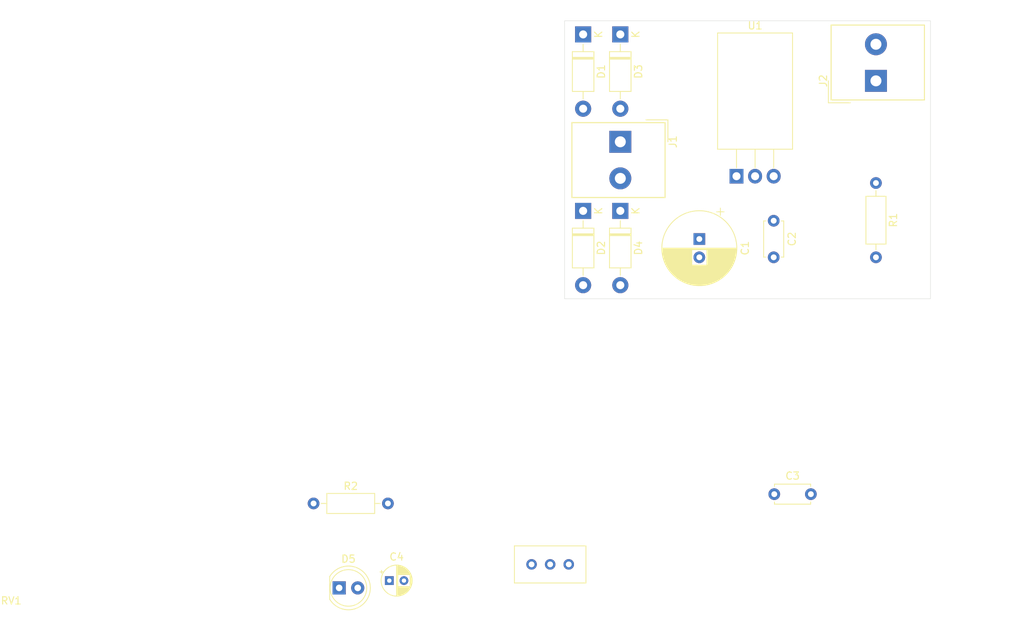
<source format=kicad_pcb>
(kicad_pcb (version 20240108) (generator "pcbnew") (generator_version "8.0")
  (layers (0 "F.Cu" signal) (31 "B.Cu" signal) (34 "B.Paste" user) (35 "F.Paste" user) (36 "B.SilkS" user "B.Silkscreen") (37 "F.SilkS" user "F.Silkscreen") (38 "B.Mask" user) (39 "F.Mask" user) (44 "Edge.Cuts" user))
  (net 0 "")
  (net 1 "Net-(D1-K)")
  (net 2 "GND")
  (net 3 "+VDC")
  (net 4 "Net-(D1-A)")
  (net 5 "Net-(D3-A)")
  (net 6 "Net-(D5-A)")
  (net 7 "Net-(U1-ADJ)")
  (footprint "Diode_THT:D_DO-41_SOD81_P10.16mm_Horizontal" (layer "F.Cu") (at 133.985 70.485 -90)
    (property "Reference" "D3" (at 5.08 -2.47 90) (layer "F.SilkS"))
    (property "Value" "1N4007")
    (fp_line (start 2.36 1.47) (end 7.8 1.47) (stroke (width 0.12)) (layer "F.SilkS"))
    (fp_line (start 7.8 1.47) (end 7.8 -1.47) (stroke (width 0.12)) (layer "F.SilkS"))
    (fp_line (start 1.34 0) (end 2.36 0) (stroke (width 0.12)) (layer "F.SilkS"))
    (fp_line (start 8.82 0) (end 7.8 0) (stroke (width 0.12)) (layer "F.SilkS"))
    (fp_line (start 2.36 -1.47) (end 2.36 1.47) (stroke (width 0.12)) (layer "F.SilkS"))
    (fp_line (start 3.14 -1.47) (end 3.14 1.47) (stroke (width 0.12)) (layer "F.SilkS"))
    (fp_line (start 3.26 -1.47) (end 3.26 1.47) (stroke (width 0.12)) (layer "F.SilkS"))
    (fp_line (start 3.38 -1.47) (end 3.38 1.47) (stroke (width 0.12)) (layer "F.SilkS"))
    (fp_line (start 7.8 -1.47) (end 2.36 -1.47) (stroke (width 0.12)) (layer "F.SilkS"))
    (fp_text user "K" (at 0 -2.1 90) (layer "F.SilkS"))
    (pad "1" thru_hole rect (at 0 0 270) (size 2.2 2.2) (drill 1.1) (layers "*.Cu" "*.Mask") (net 1 "Net-(D1-K)"))
    (pad "2" thru_hole oval (at 10.16 0 270) (size 2.2 2.2) (drill 1.1) (layers "*.Cu" "*.Mask") (net 5 "Net-(D3-A)"))
  )
  (footprint "Resistor_THT:R_Axial_DIN0207_L6.3mm_D2.5mm_P10.16mm_Horizontal" (layer "F.Cu") (at 168.91 90.805 -90)
    (property "Reference" "R1" (at 5.08 -2.37 90) (layer "F.SilkS"))
    (property "Value" "220Ohm")
    (fp_line (start 1.81 1.37) (end 8.35 1.37) (stroke (width 0.12)) (layer "F.SilkS"))
    (fp_line (start 8.35 1.37) (end 8.35 -1.37) (stroke (width 0.12)) (layer "F.SilkS"))
    (fp_line (start 1.04 0) (end 1.81 0) (stroke (width 0.12)) (layer "F.SilkS"))
    (fp_line (start 9.12 0) (end 8.35 0) (stroke (width 0.12)) (layer "F.SilkS"))
    (fp_line (start 1.81 -1.37) (end 1.81 1.37) (stroke (width 0.12)) (layer "F.SilkS"))
    (fp_line (start 8.35 -1.37) (end 1.81 -1.37) (stroke (width 0.12)) (layer "F.SilkS"))
    (pad "1" thru_hole circle (at 0 0 270) (size 1.6 1.6) (drill 0.8) (layers "*.Cu" "*.Mask") (net 3 "+VDC"))
    (pad "2" thru_hole oval (at 10.16 0 270) (size 1.6 1.6) (drill 0.8) (layers "*.Cu" "*.Mask") (net 7 "Net-(U1-ADJ)"))
  )
  (footprint "Package_TO_SOT_THT:TO-220-3_Horizontal_TabDown" (layer "F.Cu") (at 149.86 89.875)
    (property "Reference" "U1" (at 2.54 -20.58 0) (layer "F.SilkS"))
    (property "Value" "LM317_TO-220")
    (fp_line (start -2.58 -19.58) (end -2.58 -3.69) (stroke (width 0.12)) (layer "F.SilkS"))
    (fp_line (start -2.58 -19.58) (end 7.66 -19.58) (stroke (width 0.12)) (layer "F.SilkS"))
    (fp_line (start -2.58 -3.69) (end 7.66 -3.69) (stroke (width 0.12)) (layer "F.SilkS"))
    (fp_line (start 0 -3.69) (end 0 -1.15) (stroke (width 0.12)) (layer "F.SilkS"))
    (fp_line (start 2.54 -3.69) (end 2.54 -1.15) (stroke (width 0.12)) (layer "F.SilkS"))
    (fp_line (start 5.08 -3.69) (end 5.08 -1.15) (stroke (width 0.12)) (layer "F.SilkS"))
    (fp_line (start 7.66 -19.58) (end 7.66 -3.69) (stroke (width 0.12)) (layer "F.SilkS"))
    (pad "" np_thru_hole oval (at 2.54 -16.66) (size 3.5 3.5) (drill 3.5) (layers "*.Cu" "*.Mask"))
    (pad "1" thru_hole rect (at 0 0) (size 1.905 2) (drill 1.1) (layers "*.Cu" "*.Mask") (net 7 "Net-(U1-ADJ)"))
    (pad "2" thru_hole oval (at 2.54 0) (size 1.905 2) (drill 1.1) (layers "*.Cu" "*.Mask") (net 3 "+VDC"))
    (pad "3" thru_hole oval (at 5.08 0) (size 1.905 2) (drill 1.1) (layers "*.Cu" "*.Mask") (net 1 "Net-(D1-K)"))
  )
  (footprint "Diode_THT:D_DO-41_SOD81_P10.16mm_Horizontal" (layer "F.Cu") (at 133.985 94.615 -90)
    (property "Reference" "D4" (at 5.08 -2.47 90) (layer "F.SilkS"))
    (property "Value" "1N4007")
    (fp_line (start 2.36 1.47) (end 7.8 1.47) (stroke (width 0.12)) (layer "F.SilkS"))
    (fp_line (start 7.8 1.47) (end 7.8 -1.47) (stroke (width 0.12)) (layer "F.SilkS"))
    (fp_line (start 1.34 0) (end 2.36 0) (stroke (width 0.12)) (layer "F.SilkS"))
    (fp_line (start 8.82 0) (end 7.8 0) (stroke (width 0.12)) (layer "F.SilkS"))
    (fp_line (start 2.36 -1.47) (end 2.36 1.47) (stroke (width 0.12)) (layer "F.SilkS"))
    (fp_line (start 3.14 -1.47) (end 3.14 1.47) (stroke (width 0.12)) (layer "F.SilkS"))
    (fp_line (start 3.26 -1.47) (end 3.26 1.47) (stroke (width 0.12)) (layer "F.SilkS"))
    (fp_line (start 3.38 -1.47) (end 3.38 1.47) (stroke (width 0.12)) (layer "F.SilkS"))
    (fp_line (start 7.8 -1.47) (end 2.36 -1.47) (stroke (width 0.12)) (layer "F.SilkS"))
    (fp_text user "K" (at 0 -2.1 90) (layer "F.SilkS"))
    (pad "1" thru_hole rect (at 0 0 270) (size 2.2 2.2) (drill 1.1) (layers "*.Cu" "*.Mask") (net 5 "Net-(D3-A)"))
    (pad "2" thru_hole oval (at 10.16 0 270) (size 2.2 2.2) (drill 1.1) (layers "*.Cu" "*.Mask") (net 2 "GND"))
  )
  (footprint "Capacitor_THT:C_Disc_D4.7mm_W2.5mm_P5.00mm" (layer "F.Cu") (at 154.94 95.965 -90)
    (property "Reference" "C2" (at 2.5 -2.5 90) (layer "F.SilkS"))
    (property "Value" "0.1uF")
    (fp_line (start 0.03 1.37) (end 4.97 1.37) (stroke (width 0.12)) (layer "F.SilkS"))
    (fp_line (start 0.03 1.055) (end 0.03 1.37) (stroke (width 0.12)) (layer "F.SilkS"))
    (fp_line (start 4.97 1.055) (end 4.97 1.37) (stroke (width 0.12)) (layer "F.SilkS"))
    (fp_line (start 0.03 -1.37) (end 0.03 -1.055) (stroke (width 0.12)) (layer "F.SilkS"))
    (fp_line (start 0.03 -1.37) (end 4.97 -1.37) (stroke (width 0.12)) (layer "F.SilkS"))
    (fp_line (start 4.97 -1.37) (end 4.97 -1.055) (stroke (width 0.12)) (layer "F.SilkS"))
    (pad "1" thru_hole circle (at 0 0 270) (size 1.6 1.6) (drill 0.8) (layers "*.Cu" "*.Mask") (net 1 "Net-(D1-K)"))
    (pad "2" thru_hole circle (at 5 0 270) (size 1.6 1.6) (drill 0.8) (layers "*.Cu" "*.Mask") (net 2 "GND"))
  )
  (footprint "Capacitor_THT:CP_Radial_D4.0mm_P2.00mm" (layer "F.Cu") (at 102.424801 145.17)
    (property "Reference" "C4" (at 1 -3.25 0) (layer "F.SilkS"))
    (property "Value" "10uF")
    (fp_line (start -1.269801 -1.195) (end -0.869801 -1.195) (stroke (width 0.12)) (layer "F.SilkS"))
    (fp_line (start -1.069801 -1.395) (end -1.069801 -0.995) (stroke (width 0.12)) (layer "F.SilkS"))
    (fp_line (start 1 -2.08) (end 1 2.08) (stroke (width 0.12)) (layer "F.SilkS"))
    (fp_line (start 1.04 -2.08) (end 1.04 2.08) (stroke (width 0.12)) (layer "F.SilkS"))
    (fp_line (start 1.08 -2.079) (end 1.08 2.079) (stroke (width 0.12)) (layer "F.SilkS"))
    (fp_line (start 1.12 -2.077) (end 1.12 2.077) (stroke (width 0.12)) (layer "F.SilkS"))
    (fp_line (start 1.16 -2.074) (end 1.16 2.074) (stroke (width 0.12)) (layer "F.SilkS"))
    (fp_line (start 1.2 -2.071) (end 1.2 -0.84) (stroke (width 0.12)) (layer "F.SilkS"))
    (fp_line (start 1.2 0.84) (end 1.2 2.071) (stroke (width 0.12)) (layer "F.SilkS"))
    (fp_line (start 1.24 -2.067) (end 1.24 -0.84) (stroke (width 0.12)) (layer "F.SilkS"))
    (fp_line (start 1.24 0.84) (end 1.24 2.067) (stroke (width 0.12)) (layer "F.SilkS"))
    (fp_line (start 1.28 -2.062) (end 1.28 -0.84) (stroke (width 0.12)) (layer "F.SilkS"))
    (fp_line (start 1.28 0.84) (end 1.28 2.062) (stroke (width 0.12)) (layer "F.SilkS"))
    (fp_line (start 1.32 -2.056) (end 1.32 -0.84) (stroke (width 0.12)) (layer "F.SilkS"))
    (fp_line (start 1.32 0.84) (end 1.32 2.056) (stroke (width 0.12)) (layer "F.SilkS"))
    (fp_line (start 1.36 -2.05) (end 1.36 -0.84) (stroke (width 0.12)) (layer "F.SilkS"))
    (fp_line (start 1.36 0.84) (end 1.36 2.05) (stroke (width 0.12)) (layer "F.SilkS"))
    (fp_line (start 1.4 -2.042) (end 1.4 -0.84) (stroke (width 0.12)) (layer "F.SilkS"))
    (fp_line (start 1.4 0.84) (end 1.4 2.042) (stroke (width 0.12)) (layer "F.SilkS"))
    (fp_line (start 1.44 -2.034) (end 1.44 -0.84) (stroke (width 0.12)) (layer "F.SilkS"))
    (fp_line (start 1.44 0.84) (end 1.44 2.034) (stroke (width 0.12)) (layer "F.SilkS"))
    (fp_line (start 1.48 -2.025) (end 1.48 -0.84) (stroke (width 0.12)) (layer "F.SilkS"))
    (fp_line (start 1.48 0.84) (end 1.48 2.025) (stroke (width 0.12)) (layer "F.SilkS"))
    (fp_line (start 1.52 -2.016) (end 1.52 -0.84) (stroke (width 0.12)) (layer "F.SilkS"))
    (fp_line (start 1.52 0.84) (end 1.52 2.016) (stroke (width 0.12)) (layer "F.SilkS"))
    (fp_line (start 1.56 -2.005) (end 1.56 -0.84) (stroke (width 0.12)) (layer "F.SilkS"))
    (fp_line (start 1.56 0.84) (end 1.56 2.005) (stroke (width 0.12)) (layer "F.SilkS"))
    (fp_line (start 1.6 -1.994) (end 1.6 -0.84) (stroke (width 0.12)) (layer "F.SilkS"))
    (fp_line (start 1.6 0.84) (end 1.6 1.994) (stroke (width 0.12)) (layer "F.SilkS"))
    (fp_line (start 1.64 -1.982) (end 1.64 -0.84) (stroke (width 0.12)) (layer "F.SilkS"))
    (fp_line (start 1.64 0.84) (end 1.64 1.982) (stroke (width 0.12)) (layer "F.SilkS"))
    (fp_line (start 1.68 -1.968) (end 1.68 -0.84) (stroke (width 0.12)) (layer "F.SilkS"))
    (fp_line (start 1.68 0.84) (end 1.68 1.968) (stroke (width 0.12)) (layer "F.SilkS"))
    (fp_line (start 1.721 -1.954) (end 1.721 -0.84) (stroke (width 0.12)) (layer "F.SilkS"))
    (fp_line (start 1.721 0.84) (end 1.721 1.954) (stroke (width 0.12)) (layer "F.SilkS"))
    (fp_line (start 1.761 -1.94) (end 1.761 -0.84) (stroke (width 0.12)) (layer "F.SilkS"))
    (fp_line (start 1.761 0.84) (end 1.761 1.94) (stroke (width 0.12)) (layer "F.SilkS"))
    (fp_line (start 1.801 -1.924) (end 1.801 -0.84) (stroke (width 0.12)) (layer "F.SilkS"))
    (fp_line (start 1.801 0.84) (end 1.801 1.924) (stroke (width 0.12)) (layer "F.SilkS"))
    (fp_line (start 1.841 -1.907) (end 1.841 -0.84) (stroke (width 0.12)) (layer "F.SilkS"))
    (fp_line (start 1.841 0.84) (end 1.841 1.907) (stroke (width 0.12)) (layer "F.SilkS"))
    (fp_line (start 1.881 -1.889) (end 1.881 -0.84) (stroke (width 0.12)) (layer "F.SilkS"))
    (fp_line (start 1.881 0.84) (end 1.881 1.889) (stroke (width 0.12)) (layer "F.SilkS"))
    (fp_line (start 1.921 -1.87) (end 1.921 -0.84) (stroke (width 0.12)) (layer "F.SilkS"))
    (fp_line (start 1.921 0.84) (end 1.921 1.87) (stroke (width 0.12)) (layer "F.SilkS"))
    (fp_line (start 1.961 -1.851) (end 1.961 -0.84) (stroke (width 0.12)) (layer "F.SilkS"))
    (fp_line (start 1.961 0.84) (end 1.961 1.851) (stroke (width 0.12)) (layer "F.SilkS"))
    (fp_line (start 2.001 -1.83) (end 2.001 -0.84) (stroke (width 0.12)) (layer "F.SilkS"))
    (fp_line (start 2.001 0.84) (end 2.001 1.83) (stroke (width 0.12)) (layer "F.SilkS"))
    (fp_line (start 2.041 -1.808) (end 2.041 -0.84) (stroke (width 0.12)) (layer "F.SilkS"))
    (fp_line (start 2.041 0.84) (end 2.041 1.808) (stroke (width 0.12)) (layer "F.SilkS"))
    (fp_line (start 2.081 -1.785) (end 2.081 -0.84) (stroke (width 0.12)) (layer "F.SilkS"))
    (fp_line (start 2.081 0.84) (end 2.081 1.785) (stroke (width 0.12)) (layer "F.SilkS"))
    (fp_line (start 2.121 -1.76) (end 2.121 -0.84) (stroke (width 0.12)) (layer "F.SilkS"))
    (fp_line (start 2.121 0.84) (end 2.121 1.76) (stroke (width 0.12)) (layer "F.SilkS"))
    (fp_line (start 2.161 -1.735) (end 2.161 -0.84) (stroke (width 0.12)) (layer "F.SilkS"))
    (fp_line (start 2.161 0.84) (end 2.161 1.735) (stroke (width 0.12)) (layer "F.SilkS"))
    (fp_line (start 2.201 -1.708) (end 2.201 -0.84) (stroke (width 0.12)) (layer "F.SilkS"))
    (fp_line (start 2.201 0.84) (end 2.201 1.708) (stroke (width 0.12)) (layer "F.SilkS"))
    (fp_line (start 2.241 -1.68) (end 2.241 -0.84) (stroke (width 0.12)) (layer "F.SilkS"))
    (fp_line (start 2.241 0.84) (end 2.241 1.68) (stroke (width 0.12)) (layer "F.SilkS"))
    (fp_line (start 2.281 -1.65) (end 2.281 -0.84) (stroke (width 0.12)) (layer "F.SilkS"))
    (fp_line (start 2.281 0.84) (end 2.281 1.65) (stroke (width 0.12)) (layer "F.SilkS"))
    (fp_line (start 2.321 -1.619) (end 2.321 -0.84) (stroke (width 0.12)) (layer "F.SilkS"))
    (fp_line (start 2.321 0.84) (end 2.321 1.619) (stroke (width 0.12)) (layer "F.SilkS"))
    (fp_line (start 2.361 -1.587) (end 2.361 -0.84) (stroke (width 0.12)) (layer "F.SilkS"))
    (fp_line (start 2.361 0.84) (end 2.361 1.587) (stroke (width 0.12)) (layer "F.SilkS"))
    (fp_line (start 2.401 -1.552) (end 2.401 -0.84) (stroke (width 0.12)) (layer "F.SilkS"))
    (fp_line (start 2.401 0.84) (end 2.401 1.552) (stroke (width 0.12)) (layer "F.SilkS"))
    (fp_line (start 2.441 -1.516) (end 2.441 -0.84) (stroke (width 0.12)) (layer "F.SilkS"))
    (fp_line (start 2.441 0.84) (end 2.441 1.516) (stroke (width 0.12)) (layer "F.SilkS"))
    (fp_line (start 2.481 -1.478) (end 2.481 -0.84) (stroke (width 0.12)) (layer "F.SilkS"))
    (fp_line (start 2.481 0.84) (end 2.481 1.478) (stroke (width 0.12)) (layer "F.SilkS"))
    (fp_line (start 2.521 -1.438) (end 2.521 -0.84) (stroke (width 0.12)) (layer "F.SilkS"))
    (fp_line (start 2.521 0.84) (end 2.521 1.438) (stroke (width 0.12)) (layer "F.SilkS"))
    (fp_line (start 2.561 -1.396) (end 2.561 -0.84) (stroke (width 0.12)) (layer "F.SilkS"))
    (fp_line (start 2.561 0.84) (end 2.561 1.396) (stroke (width 0.12)) (layer "F.SilkS"))
    (fp_line (start 2.601 -1.351) (end 2.601 -0.84) (stroke (width 0.12)) (layer "F.SilkS"))
    (fp_line (start 2.601 0.84) (end 2.601 1.351) (stroke (width 0.12)) (layer "F.SilkS"))
    (fp_line (start 2.641 -1.304) (end 2.641 -0.84) (stroke (width 0.12)) (layer "F.SilkS"))
    (fp_line (start 2.641 0.84) (end 2.641 1.304) (stroke (width 0.12)) (layer "F.SilkS"))
    (fp_line (start 2.681 -1.254) (end 2.681 -0.84) (stroke (width 0.12)) (layer "F.SilkS"))
    (fp_line (start 2.681 0.84) (end 2.681 1.254) (stroke (width 0.12)) (layer "F.SilkS"))
    (fp_line (start 2.721 -1.2) (end 2.721 -0.84) (stroke (width 0.12)) (layer "F.SilkS"))
    (fp_line (start 2.721 0.84) (end 2.721 1.2) (stroke (width 0.12)) (layer "F.SilkS"))
    (fp_line (start 2.761 -1.142) (end 2.761 -0.84) (stroke (width 0.12)) (layer "F.SilkS"))
    (fp_line (start 2.761 0.84) (end 2.761 1.142) (stroke (width 0.12)) (layer "F.SilkS"))
    (fp_line (start 2.801 -1.08) (end 2.801 -0.84) (stroke (width 0.12)) (layer "F.SilkS"))
    (fp_line (start 2.801 0.84) (end 2.801 1.08) (stroke (width 0.12)) (layer "F.SilkS"))
    (fp_line (start 2.841 -1.013) (end 2.841 1.013) (stroke (width 0.12)) (layer "F.SilkS"))
    (fp_line (start 2.881 -0.94) (end 2.881 0.94) (stroke (width 0.12)) (layer "F.SilkS"))
    (fp_line (start 2.921 -0.859) (end 2.921 0.859) (stroke (width 0.12)) (layer "F.SilkS"))
    (fp_line (start 2.961 -0.768) (end 2.961 0.768) (stroke (width 0.12)) (layer "F.SilkS"))
    (fp_line (start 3.001 -0.664) (end 3.001 0.664) (stroke (width 0.12)) (layer "F.SilkS"))
    (fp_line (start 3.041 -0.537) (end 3.041 0.537) (stroke (width 0.12)) (layer "F.SilkS"))
    (fp_line (start 3.081 -0.37) (end 3.081 0.37) (stroke (width 0.12)) (layer "F.SilkS"))
    (fp_circle (center 1 0) (end 3.12 0) (stroke (width 0.12)) (fill none) (layer "F.SilkS"))
    (pad "1" thru_hole rect (at 0 0) (size 1.2 1.2) (drill 0.6) (layers "*.Cu" "*.Mask") (net 3 "+VDC"))
    (pad "2" thru_hole circle (at 2 0) (size 1.2 1.2) (drill 0.6) (layers "*.Cu" "*.Mask") (net 2 "GND"))
  )
  (footprint "LED_THT:LED_D5.0mm" (layer "F.Cu") (at 95.57 146.17)
    (property "Reference" "D5" (at 1.27 -3.96 0) (layer "F.SilkS"))
    (property "Value" "LED")
    (fp_line (start -1.29 -1.545) (end -1.29 1.545) (stroke (width 0.12)) (layer "F.SilkS"))
    (fp_arc (start -1.29 -1.54483) (mid 2.072002 -2.880433) (end 4.26 0.000462) (stroke (width 0.12)) (layer "F.SilkS"))
    (fp_arc (start 4.26 -0.000462) (mid 2.072002 2.880433) (end -1.29 1.54483) (stroke (width 0.12)) (layer "F.SilkS"))
    (fp_circle (center 1.27 0) (end 3.77 0) (stroke (width 0.12)) (fill none) (layer "F.SilkS"))
    (pad "1" thru_hole rect (at 0 0) (size 1.8 1.8) (drill 0.9) (layers "*.Cu" "*.Mask") (net 2 "GND"))
    (pad "2" thru_hole circle (at 2.54 0) (size 1.8 1.8) (drill 0.9) (layers "*.Cu" "*.Mask") (net 6 "Net-(D5-A)"))
  )
  (footprint "Potentiometer_THT:Potentiometer_Bourns_3296W_Vertical" (layer "F.Cu") (at 126.94 142.95)
    (property "Reference" "RV1" (at -76.175 4.97 0) (layer "F.SilkS"))
    (property "Value" "5Kohm")
    (fp_line (start -7.425 -2.53) (end -7.425 2.54) (stroke (width 0.12)) (layer "F.SilkS"))
    (fp_line (start -7.425 -2.53) (end 2.345 -2.53) (stroke (width 0.12)) (layer "F.SilkS"))
    (fp_line (start -7.425 2.54) (end 2.345 2.54) (stroke (width 0.12)) (layer "F.SilkS"))
    (fp_line (start 2.345 -2.53) (end 2.345 2.54) (stroke (width 0.12)) (layer "F.SilkS"))
    (pad "1" thru_hole circle (at 0 0) (size 1.44 1.44) (drill 0.8) (layers "*.Cu" "*.Mask") (net 7 "Net-(U1-ADJ)"))
    (pad "2" thru_hole circle (at -2.54 0) (size 1.44 1.44) (drill 0.8) (layers "*.Cu" "*.Mask") (net 2 "GND"))
    (pad "3" thru_hole circle (at -5.08 0) (size 1.44 1.44) (drill 0.8) (layers "*.Cu" "*.Mask") (net 2 "GND"))
  )
  (footprint "Capacitor_THT:C_Disc_D4.7mm_W2.5mm_P5.00mm" (layer "F.Cu") (at 155.02 133.35)
    (property "Reference" "C3" (at 2.5 -2.5 0) (layer "F.SilkS"))
    (property "Value" "0.1uF")
    (fp_line (start 0.03 -1.37) (end 0.03 -1.055) (stroke (width 0.12)) (layer "F.SilkS"))
    (fp_line (start 0.03 -1.37) (end 4.97 -1.37) (stroke (width 0.12)) (layer "F.SilkS"))
    (fp_line (start 0.03 1.055) (end 0.03 1.37) (stroke (width 0.12)) (layer "F.SilkS"))
    (fp_line (start 0.03 1.37) (end 4.97 1.37) (stroke (width 0.12)) (layer "F.SilkS"))
    (fp_line (start 4.97 -1.37) (end 4.97 -1.055) (stroke (width 0.12)) (layer "F.SilkS"))
    (fp_line (start 4.97 1.055) (end 4.97 1.37) (stroke (width 0.12)) (layer "F.SilkS"))
    (pad "1" thru_hole circle (at 0 0) (size 1.6 1.6) (drill 0.8) (layers "*.Cu" "*.Mask") (net 3 "+VDC"))
    (pad "2" thru_hole circle (at 5 0) (size 1.6 1.6) (drill 0.8) (layers "*.Cu" "*.Mask") (net 2 "GND"))
  )
  (footprint "Resistor_THT:R_Axial_DIN0207_L6.3mm_D2.5mm_P10.16mm_Horizontal" (layer "F.Cu") (at 92.075 134.62)
    (property "Reference" "R2" (at 5.08 -2.37 0) (layer "F.SilkS"))
    (property "Value" "1Kohm")
    (fp_line (start 1.04 0) (end 1.81 0) (stroke (width 0.12)) (layer "F.SilkS"))
    (fp_line (start 1.81 -1.37) (end 1.81 1.37) (stroke (width 0.12)) (layer "F.SilkS"))
    (fp_line (start 1.81 1.37) (end 8.35 1.37) (stroke (width 0.12)) (layer "F.SilkS"))
    (fp_line (start 8.35 -1.37) (end 1.81 -1.37) (stroke (width 0.12)) (layer "F.SilkS"))
    (fp_line (start 8.35 1.37) (end 8.35 -1.37) (stroke (width 0.12)) (layer "F.SilkS"))
    (fp_line (start 9.12 0) (end 8.35 0) (stroke (width 0.12)) (layer "F.SilkS"))
    (pad "1" thru_hole circle (at 0 0) (size 1.6 1.6) (drill 0.8) (layers "*.Cu" "*.Mask") (net 3 "+VDC"))
    (pad "2" thru_hole oval (at 10.16 0) (size 1.6 1.6) (drill 0.8) (layers "*.Cu" "*.Mask") (net 6 "Net-(D5-A)"))
  )
  (footprint "Diode_THT:D_DO-41_SOD81_P10.16mm_Horizontal" (layer "F.Cu") (at 128.905 70.485 -90)
    (property "Reference" "D1" (at 5.08 -2.47 90) (layer "F.SilkS"))
    (property "Value" "1N4007")
    (fp_line (start 2.36 1.47) (end 7.8 1.47) (stroke (width 0.12)) (layer "F.SilkS"))
    (fp_line (start 7.8 1.47) (end 7.8 -1.47) (stroke (width 0.12)) (layer "F.SilkS"))
    (fp_line (start 1.34 0) (end 2.36 0) (stroke (width 0.12)) (layer "F.SilkS"))
    (fp_line (start 8.82 0) (end 7.8 0) (stroke (width 0.12)) (layer "F.SilkS"))
    (fp_line (start 2.36 -1.47) (end 2.36 1.47) (stroke (width 0.12)) (layer "F.SilkS"))
    (fp_line (start 3.14 -1.47) (end 3.14 1.47) (stroke (width 0.12)) (layer "F.SilkS"))
    (fp_line (start 3.26 -1.47) (end 3.26 1.47) (stroke (width 0.12)) (layer "F.SilkS"))
    (fp_line (start 3.38 -1.47) (end 3.38 1.47) (stroke (width 0.12)) (layer "F.SilkS"))
    (fp_line (start 7.8 -1.47) (end 2.36 -1.47) (stroke (width 0.12)) (layer "F.SilkS"))
    (fp_text user "K" (at 0 -2.1 90) (layer "F.SilkS"))
    (pad "1" thru_hole rect (at 0 0 270) (size 2.2 2.2) (drill 1.1) (layers "*.Cu" "*.Mask") (net 1 "Net-(D1-K)"))
    (pad "2" thru_hole oval (at 10.16 0 270) (size 2.2 2.2) (drill 1.1) (layers "*.Cu" "*.Mask") (net 4 "Net-(D1-A)"))
  )
  (footprint "Diode_THT:D_DO-41_SOD81_P10.16mm_Horizontal" (layer "F.Cu") (at 128.905 94.615 -90)
    (property "Reference" "D2" (at 5.08 -2.47 90) (layer "F.SilkS"))
    (property "Value" "1N4007")
    (fp_line (start 2.36 1.47) (end 7.8 1.47) (stroke (width 0.12)) (layer "F.SilkS"))
    (fp_line (start 7.8 1.47) (end 7.8 -1.47) (stroke (width 0.12)) (layer "F.SilkS"))
    (fp_line (start 1.34 0) (end 2.36 0) (stroke (width 0.12)) (layer "F.SilkS"))
    (fp_line (start 8.82 0) (end 7.8 0) (stroke (width 0.12)) (layer "F.SilkS"))
    (fp_line (start 2.36 -1.47) (end 2.36 1.47) (stroke (width 0.12)) (layer "F.SilkS"))
    (fp_line (start 3.14 -1.47) (end 3.14 1.47) (stroke (width 0.12)) (layer "F.SilkS"))
    (fp_line (start 3.26 -1.47) (end 3.26 1.47) (stroke (width 0.12)) (layer "F.SilkS"))
    (fp_line (start 3.38 -1.47) (end 3.38 1.47) (stroke (width 0.12)) (layer "F.SilkS"))
    (fp_line (start 7.8 -1.47) (end 2.36 -1.47) (stroke (width 0.12)) (layer "F.SilkS"))
    (fp_text user "K" (at 0 -2.1 90) (layer "F.SilkS"))
    (pad "1" thru_hole rect (at 0 0 270) (size 2.2 2.2) (drill 1.1) (layers "*.Cu" "*.Mask") (net 4 "Net-(D1-A)"))
    (pad "2" thru_hole oval (at 10.16 0 270) (size 2.2 2.2) (drill 1.1) (layers "*.Cu" "*.Mask") (net 2 "GND"))
  )
  (footprint "TerminalBlock_Altech:Altech_AK300_1x02_P5.00mm_45-Degree" (layer "F.Cu") (at 133.985 85.17 -90)
    (property "Reference" "J1" (at 0 -7.2 90) (layer "F.SilkS"))
    (property "Value" "Screw_Terminal_01x02")
    (fp_line (start -2.62 6.62) (end 7.62 6.62) (stroke (width 0.12)) (layer "F.SilkS"))
    (fp_line (start -2.62 6.62) (end 7.62 6.62) (stroke (width 0.12)) (layer "F.SilkS"))
    (fp_line (start -3 -3.5) (end -3 -6.5) (stroke (width 0.12)) (layer "F.SilkS"))
    (fp_line (start -2.62 -6.12) (end -2.62 6.62) (stroke (width 0.12)) (layer "F.SilkS"))
    (fp_line (start -2.62 -6.12) (end -2.62 6.62) (stroke (width 0.12)) (layer "F.SilkS"))
    (fp_line (start -2.62 -6.12) (end 7.62 -6.12) (stroke (width 0.12)) (layer "F.SilkS"))
    (fp_line (start -2.62 -6.12) (end 7.62 -6.12) (stroke (width 0.12)) (layer "F.SilkS"))
    (fp_line (start 7.62 -6.12) (end 7.62 6.62) (stroke (width 0.12)) (layer "F.SilkS"))
    (fp_line (start 7.62 -6.12) (end 7.62 6.62) (stroke (width 0.12)) (layer "F.SilkS"))
    (fp_line (start -3 -6.5) (end 0 -6.5) (stroke (width 0.12)) (layer "F.SilkS"))
    (pad "1" thru_hole rect (at 0 0 270) (size 3 3) (drill 1.5) (layers "*.Cu" "*.Mask") (net 4 "Net-(D1-A)"))
    (pad "2" thru_hole circle (at 5 0 270) (size 3 3) (drill 1.5) (layers "*.Cu" "*.Mask") (net 5 "Net-(D3-A)"))
  )
  (footprint "TerminalBlock_Altech:Altech_AK300_1x02_P5.00mm_45-Degree" (layer "F.Cu") (at 168.91 76.835 90)
    (property "Reference" "J2" (at 0 -7.2 270) (layer "F.SilkS"))
    (property "Value" "Screw_Terminal_01x02")
    (fp_line (start -3 -6.5) (end 0 -6.5) (stroke (width 0.12)) (layer "F.SilkS"))
    (fp_line (start 7.62 -6.12) (end 7.62 6.62) (stroke (width 0.12)) (layer "F.SilkS"))
    (fp_line (start 7.62 -6.12) (end 7.62 6.62) (stroke (width 0.12)) (layer "F.SilkS"))
    (fp_line (start -2.62 -6.12) (end 7.62 -6.12) (stroke (width 0.12)) (layer "F.SilkS"))
    (fp_line (start -2.62 -6.12) (end 7.62 -6.12) (stroke (width 0.12)) (layer "F.SilkS"))
    (fp_line (start -2.62 -6.12) (end -2.62 6.62) (stroke (width 0.12)) (layer "F.SilkS"))
    (fp_line (start -2.62 -6.12) (end -2.62 6.62) (stroke (width 0.12)) (layer "F.SilkS"))
    (fp_line (start -3 -3.5) (end -3 -6.5) (stroke (width 0.12)) (layer "F.SilkS"))
    (fp_line (start -2.62 6.62) (end 7.62 6.62) (stroke (width 0.12)) (layer "F.SilkS"))
    (fp_line (start -2.62 6.62) (end 7.62 6.62) (stroke (width 0.12)) (layer "F.SilkS"))
    (pad "1" thru_hole rect (at 0 0 90) (size 3 3) (drill 1.5) (layers "*.Cu" "*.Mask") (net 3 "+VDC"))
    (pad "2" thru_hole circle (at 5 0 90) (size 3 3) (drill 1.5) (layers "*.Cu" "*.Mask") (net 2 "GND"))
  )
  (footprint "Capacitor_THT:CP_Radial_D10.0mm_P2.50mm" (layer "F.Cu") (at 144.78 98.465 -90)
    (property "Reference" "C1" (at 1.25 -6.25 90) (layer "F.SilkS"))
    (property "Value" "1000uF")
    (fp_line (start 1.49 1.04) (end 1.49 5.075) (stroke (width 0.12)) (layer "F.SilkS"))
    (fp_line (start 1.53 1.04) (end 1.53 5.073) (stroke (width 0.12)) (layer "F.SilkS"))
    (fp_line (start 1.57 1.04) (end 1.57 5.07) (stroke (width 0.12)) (layer "F.SilkS"))
    (fp_line (start 1.61 1.04) (end 1.61 5.068) (stroke (width 0.12)) (layer "F.SilkS"))
    (fp_line (start 1.65 1.04) (end 1.65 5.065) (stroke (width 0.12)) (layer "F.SilkS"))
    (fp_line (start 1.69 1.04) (end 1.69 5.062) (stroke (width 0.12)) (layer "F.SilkS"))
    (fp_line (start 1.73 1.04) (end 1.73 5.058) (stroke (width 0.12)) (layer "F.SilkS"))
    (fp_line (start 1.77 1.04) (end 1.77 5.054) (stroke (width 0.12)) (layer "F.SilkS"))
    (fp_line (start 1.81 1.04) (end 1.81 5.05) (stroke (width 0.12)) (layer "F.SilkS"))
    (fp_line (start 1.85 1.04) (end 1.85 5.045) (stroke (width 0.12)) (layer "F.SilkS"))
    (fp_line (start 1.89 1.04) (end 1.89 5.04) (stroke (width 0.12)) (layer "F.SilkS"))
    (fp_line (start 1.93 1.04) (end 1.93 5.035) (stroke (width 0.12)) (layer "F.SilkS"))
    (fp_line (start 1.971 1.04) (end 1.971 5.03) (stroke (width 0.12)) (layer "F.SilkS"))
    (fp_line (start 2.011 1.04) (end 2.011 5.024) (stroke (width 0.12)) (layer "F.SilkS"))
    (fp_line (start 2.051 1.04) (end 2.051 5.018) (stroke (width 0.12)) (layer "F.SilkS"))
    (fp_line (start 2.091 1.04) (end 2.091 5.011) (stroke (width 0.12)) (layer "F.SilkS"))
    (fp_line (start 2.131 1.04) (end 2.131 5.004) (stroke (width 0.12)) (layer "F.SilkS"))
    (fp_line (start 2.171 1.04) (end 2.171 4.997) (stroke (width 0.12)) (layer "F.SilkS"))
    (fp_line (start 2.211 1.04) (end 2.211 4.99) (stroke (width 0.12)) (layer "F.SilkS"))
    (fp_line (start 2.251 1.04) (end 2.251 4.982) (stroke (width 0.12)) (layer "F.SilkS"))
    (fp_line (start 2.291 1.04) (end 2.291 4.974) (stroke (width 0.12)) (layer "F.SilkS"))
    (fp_line (start 2.331 1.04) (end 2.331 4.965) (stroke (width 0.12)) (layer "F.SilkS"))
    (fp_line (start 2.371 1.04) (end 2.371 4.956) (stroke (width 0.12)) (layer "F.SilkS"))
    (fp_line (start 2.411 1.04) (end 2.411 4.947) (stroke (width 0.12)) (layer "F.SilkS"))
    (fp_line (start 2.451 1.04) (end 2.451 4.938) (stroke (width 0.12)) (layer "F.SilkS"))
    (fp_line (start 2.491 1.04) (end 2.491 4.928) (stroke (width 0.12)) (layer "F.SilkS"))
    (fp_line (start 2.531 1.04) (end 2.531 4.918) (stroke (width 0.12)) (layer "F.SilkS"))
    (fp_line (start 2.571 1.04) (end 2.571 4.907) (stroke (width 0.12)) (layer "F.SilkS"))
    (fp_line (start 2.611 1.04) (end 2.611 4.897) (stroke (width 0.12)) (layer "F.SilkS"))
    (fp_line (start 2.651 1.04) (end 2.651 4.885) (stroke (width 0.12)) (layer "F.SilkS"))
    (fp_line (start 2.691 1.04) (end 2.691 4.874) (stroke (width 0.12)) (layer "F.SilkS"))
    (fp_line (start 2.731 1.04) (end 2.731 4.862) (stroke (width 0.12)) (layer "F.SilkS"))
    (fp_line (start 2.771 1.04) (end 2.771 4.85) (stroke (width 0.12)) (layer "F.SilkS"))
    (fp_line (start 2.811 1.04) (end 2.811 4.837) (stroke (width 0.12)) (layer "F.SilkS"))
    (fp_line (start 2.851 1.04) (end 2.851 4.824) (stroke (width 0.12)) (layer "F.SilkS"))
    (fp_line (start 2.891 1.04) (end 2.891 4.811) (stroke (width 0.12)) (layer "F.SilkS"))
    (fp_line (start 2.931 1.04) (end 2.931 4.797) (stroke (width 0.12)) (layer "F.SilkS"))
    (fp_line (start 2.971 1.04) (end 2.971 4.783) (stroke (width 0.12)) (layer "F.SilkS"))
    (fp_line (start 3.011 1.04) (end 3.011 4.768) (stroke (width 0.12)) (layer "F.SilkS"))
    (fp_line (start 3.051 1.04) (end 3.051 4.754) (stroke (width 0.12)) (layer "F.SilkS"))
    (fp_line (start 3.091 1.04) (end 3.091 4.738) (stroke (width 0.12)) (layer "F.SilkS"))
    (fp_line (start 3.131 1.04) (end 3.131 4.723) (stroke (width 0.12)) (layer "F.SilkS"))
    (fp_line (start 3.171 1.04) (end 3.171 4.707) (stroke (width 0.12)) (layer "F.SilkS"))
    (fp_line (start 3.211 1.04) (end 3.211 4.69) (stroke (width 0.12)) (layer "F.SilkS"))
    (fp_line (start 3.251 1.04) (end 3.251 4.674) (stroke (width 0.12)) (layer "F.SilkS"))
    (fp_line (start 3.291 1.04) (end 3.291 4.657) (stroke (width 0.12)) (layer "F.SilkS"))
    (fp_line (start 3.331 1.04) (end 3.331 4.639) (stroke (width 0.12)) (layer "F.SilkS"))
    (fp_line (start 3.371 1.04) (end 3.371 4.621) (stroke (width 0.12)) (layer "F.SilkS"))
    (fp_line (start 3.411 1.04) (end 3.411 4.603) (stroke (width 0.12)) (layer "F.SilkS"))
    (fp_line (start 3.451 1.04) (end 3.451 4.584) (stroke (width 0.12)) (layer "F.SilkS"))
    (fp_line (start 3.491 1.04) (end 3.491 4.564) (stroke (width 0.12)) (layer "F.SilkS"))
    (fp_line (start 3.531 1.04) (end 3.531 4.545) (stroke (width 0.12)) (layer "F.SilkS"))
    (fp_line (start 6.331 -0.599) (end 6.331 0.599) (stroke (width 0.12)) (layer "F.SilkS"))
    (fp_line (start 6.291 -0.862) (end 6.291 0.862) (stroke (width 0.12)) (layer "F.SilkS"))
    (fp_line (start 6.251 -1.062) (end 6.251 1.062) (stroke (width 0.12)) (layer "F.SilkS"))
    (fp_line (start 6.211 -1.23) (end 6.211 1.23) (stroke (width 0.12)) (layer "F.SilkS"))
    (fp_line (start 6.171 -1.378) (end 6.171 1.378) (stroke (width 0.12)) (layer "F.SilkS"))
    (fp_line (start 6.131 -1.51) (end 6.131 1.51) (stroke (width 0.12)) (layer "F.SilkS"))
    (fp_line (start 6.091 -1.63) (end 6.091 1.63) (stroke (width 0.12)) (layer "F.SilkS"))
    (fp_line (start 6.051 -1.742) (end 6.051 1.742) (stroke (width 0.12)) (layer "F.SilkS"))
    (fp_line (start 6.011 -1.846) (end 6.011 1.846) (stroke (width 0.12)) (layer "F.SilkS"))
    (fp_line (start 5.971 -1.944) (end 5.971 1.944) (stroke (width 0.12)) (layer "F.SilkS"))
    (fp_line (start 5.931 -2.037) (end 5.931 2.037) (stroke (width 0.12)) (layer "F.SilkS"))
    (fp_line (start 5.891 -2.125) (end 5.891 2.125) (stroke (width 0.12)) (layer "F.SilkS"))
    (fp_line (start 5.851 -2.209) (end 5.851 2.209) (stroke (width 0.12)) (layer "F.SilkS"))
    (fp_line (start 5.811 -2.289) (end 5.811 2.289) (stroke (width 0.12)) (layer "F.SilkS"))
    (fp_line (start 5.771 -2.365) (end 5.771 2.365) (stroke (width 0.12)) (layer "F.SilkS"))
    (fp_line (start 5.731 -2.439) (end 5.731 2.439) (stroke (width 0.12)) (layer "F.SilkS"))
    (fp_line (start 5.691 -2.51) (end 5.691 2.51) (stroke (width 0.12)) (layer "F.SilkS"))
    (fp_line (start 5.651 -2.579) (end 5.651 2.579) (stroke (width 0.12)) (layer "F.SilkS"))
    (fp_line (start 5.611 -2.645) (end 5.611 2.645) (stroke (width 0.12)) (layer "F.SilkS"))
    (fp_line (start 5.571 -2.709) (end 5.571 2.709) (stroke (width 0.12)) (layer "F.SilkS"))
    (fp_line (start 5.531 -2.77) (end 5.531 2.77) (stroke (width 0.12)) (layer "F.SilkS"))
    (fp_line (start 5.491 -2.83) (end 5.491 2.83) (stroke (width 0.12)) (layer "F.SilkS"))
    (fp_line (start -4.229646 -2.875) (end -3.229646 -2.875) (stroke (width 0.12)) (layer "F.SilkS"))
    (fp_line (start 5.451 -2.889) (end 5.451 2.889) (stroke (width 0.12)) (layer "F.SilkS"))
    (fp_line (start 5.411 -2.945) (end 5.411 2.945) (stroke (width 0.12)) (layer "F.SilkS"))
    (fp_line (start 5.371 -3) (end 5.371 3) (stroke (width 0.12)) (layer "F.SilkS"))
    (fp_line (start 5.331 -3.054) (end 5.331 3.054) (stroke (width 0.12)) (layer "F.SilkS"))
    (fp_line (start 5.291 -3.106) (end 5.291 3.106) (stroke (width 0.12)) (layer "F.SilkS"))
    (fp_line (start 5.251 -3.156) (end 5.251 3.156) (stroke (width 0.12)) (layer "F.SilkS"))
    (fp_line (start 5.211 -3.206) (end 5.211 3.206) (stroke (width 0.12)) (layer "F.SilkS"))
    (fp_line (start 5.171 -3.254) (end 5.171 3.254) (stroke (width 0.12)) (layer "F.SilkS"))
    (fp_line (start 5.131 -3.301) (end 5.131 3.301) (stroke (width 0.12)) (layer "F.SilkS"))
    (fp_line (start 5.091 -3.347) (end 5.091 3.347) (stroke (width 0.12)) (layer "F.SilkS"))
    (fp_line (start -3.729646 -3.375) (end -3.729646 -2.375) (stroke (width 0.12)) (layer "F.SilkS"))
    (fp_line (start 5.051 -3.392) (end 5.051 3.392) (stroke (width 0.12)) (layer "F.SilkS"))
    (fp_line (start 5.011 -3.436) (end 5.011 3.436) (stroke (width 0.12)) (layer "F.SilkS"))
    (fp_line (start 4.971 -3.478) (end 4.971 3.478) (stroke (width 0.12)) (layer "F.SilkS"))
    (fp_line (start 4.931 -3.52) (end 4.931 3.52) (stroke (width 0.12)) (layer "F.SilkS"))
    (fp_line (start 4.891 -3.561) (end 4.891 3.561) (stroke (width 0.12)) (layer "F.SilkS"))
    (fp_line (start 4.851 -3.601) (end 4.851 3.601) (stroke (width 0.12)) (layer "F.SilkS"))
    (fp_line (start 4.811 -3.64) (end 4.811 3.64) (stroke (width 0.12)) (layer "F.SilkS"))
    (fp_line (start 4.771 -3.679) (end 4.771 3.679) (stroke (width 0.12)) (layer "F.SilkS"))
    (fp_line (start 4.731 -3.716) (end 4.731 3.716) (stroke (width 0.12)) (layer "F.SilkS"))
    (fp_line (start 4.691 -3.753) (end 4.691 3.753) (stroke (width 0.12)) (layer "F.SilkS"))
    (fp_line (start 4.651 -3.789) (end 4.651 3.789) (stroke (width 0.12)) (layer "F.SilkS"))
    (fp_line (start 4.611 -3.824) (end 4.611 3.824) (stroke (width 0.12)) (layer "F.SilkS"))
    (fp_line (start 4.571 -3.858) (end 4.571 3.858) (stroke (width 0.12)) (layer "F.SilkS"))
    (fp_line (start 4.531 -3.892) (end 4.531 3.892) (stroke (width 0.12)) (layer "F.SilkS"))
    (fp_line (start 4.491 -3.925) (end 4.491 3.925) (stroke (width 0.12)) (layer "F.SilkS"))
    (fp_line (start 4.451 -3.957) (end 4.451 3.957) (stroke (width 0.12)) (layer "F.SilkS"))
    (fp_line (start 4.411 -3.989) (end 4.411 3.989) (stroke (width 0.12)) (layer "F.SilkS"))
    (fp_line (start 4.371 -4.02) (end 4.371 4.02) (stroke (width 0.12)) (layer "F.SilkS"))
    (fp_line (start 4.331 -4.05) (end 4.331 4.05) (stroke (width 0.12)) (layer "F.SilkS"))
    (fp_line (start 4.291 -4.08) (end 4.291 4.08) (stroke (width 0.12)) (layer "F.SilkS"))
    (fp_line (start 4.251 -4.11) (end 4.251 4.11) (stroke (width 0.12)) (layer "F.SilkS"))
    (fp_line (start 4.211 -4.138) (end 4.211 4.138) (stroke (width 0.12)) (layer "F.SilkS"))
    (fp_line (start 4.171 -4.166) (end 4.171 4.166) (stroke (width 0.12)) (layer "F.SilkS"))
    (fp_line (start 4.131 -4.194) (end 4.131 4.194) (stroke (width 0.12)) (layer "F.SilkS"))
    (fp_line (start 4.091 -4.221) (end 4.091 4.221) (stroke (width 0.12)) (layer "F.SilkS"))
    (fp_line (start 4.051 -4.247) (end 4.051 4.247) (stroke (width 0.12)) (layer "F.SilkS"))
    (fp_line (start 4.011 -4.273) (end 4.011 4.273) (stroke (width 0.12)) (layer "F.SilkS"))
    (fp_line (start 3.971 -4.298) (end 3.971 4.298) (stroke (width 0.12)) (layer "F.SilkS"))
    (fp_line (start 3.931 -4.323) (end 3.931 4.323) (stroke (width 0.12)) (layer "F.SilkS"))
    (fp_line (start 3.891 -4.347) (end 3.891 4.347) (stroke (width 0.12)) (layer "F.SilkS"))
    (fp_line (start 3.851 -4.371) (end 3.851 4.371) (stroke (width 0.12)) (layer "F.SilkS"))
    (fp_line (start 3.811 -4.395) (end 3.811 4.395) (stroke (width 0.12)) (layer "F.SilkS"))
    (fp_line (start 3.771 -4.417) (end 3.771 4.417) (stroke (width 0.12)) (layer "F.SilkS"))
    (fp_line (start 3.731 -4.44) (end 3.731 4.44) (stroke (width 0.12)) (layer "F.SilkS"))
    (fp_line (start 3.691 -4.462) (end 3.691 4.462) (stroke (width 0.12)) (layer "F.SilkS"))
    (fp_line (start 3.651 -4.483) (end 3.651 4.483) (stroke (width 0.12)) (layer "F.SilkS"))
    (fp_line (start 3.611 -4.504) (end 3.611 4.504) (stroke (width 0.12)) (layer "F.SilkS"))
    (fp_line (start 3.571 -4.525) (end 3.571 4.525) (stroke (width 0.12)) (layer "F.SilkS"))
    (fp_line (start 3.531 -4.545) (end 3.531 -1.04) (stroke (width 0.12)) (layer "F.SilkS"))
    (fp_line (start 3.491 -4.564) (end 3.491 -1.04) (stroke (width 0.12)) (layer "F.SilkS"))
    (fp_line (start 3.451 -4.584) (end 3.451 -1.04) (stroke (width 0.12)) (layer "F.SilkS"))
    (fp_line (start 3.411 -4.603) (end 3.411 -1.04) (stroke (width 0.12)) (layer "F.SilkS"))
    (fp_line (start 3.371 -4.621) (end 3.371 -1.04) (stroke (width 0.12)) (layer "F.SilkS"))
    (fp_line (start 3.331 -4.639) (end 3.331 -1.04) (stroke (width 0.12)) (layer "F.SilkS"))
    (fp_line (start 3.291 -4.657) (end 3.291 -1.04) (stroke (width 0.12)) (layer "F.SilkS"))
    (fp_line (start 3.251 -4.674) (end 3.251 -1.04) (stroke (width 0.12)) (layer "F.SilkS"))
    (fp_line (start 3.211 -4.69) (end 3.211 -1.04) (stroke (width 0.12)) (layer "F.SilkS"))
    (fp_line (start 3.171 -4.707) (end 3.171 -1.04) (stroke (width 0.12)) (layer "F.SilkS"))
    (fp_line (start 3.131 -4.723) (end 3.131 -1.04) (stroke (width 0.12)) (layer "F.SilkS"))
    (fp_line (start 3.091 -4.738) (end 3.091 -1.04) (stroke (width 0.12)) (layer "F.SilkS"))
    (fp_line (start 3.051 -4.754) (end 3.051 -1.04) (stroke (width 0.12)) (layer "F.SilkS"))
    (fp_line (start 3.011 -4.768) (end 3.011 -1.04) (stroke (width 0.12)) (layer "F.SilkS"))
    (fp_line (start 2.971 -4.783) (end 2.971 -1.04) (stroke (width 0.12)) (layer "F.SilkS"))
    (fp_line (start 2.931 -4.797) (end 2.931 -1.04) (stroke (width 0.12)) (layer "F.SilkS"))
    (fp_line (start 2.891 -4.811) (end 2.891 -1.04) (stroke (width 0.12)) (layer "F.SilkS"))
    (fp_line (start 2.851 -4.824) (end 2.851 -1.04) (stroke (width 0.12)) (layer "F.SilkS"))
    (fp_line (start 2.811 -4.837) (end 2.811 -1.04) (stroke (width 0.12)) (layer "F.SilkS"))
    (fp_line (start 2.771 -4.85) (end 2.771 -1.04) (stroke (width 0.12)) (layer "F.SilkS"))
    (fp_line (start 2.731 -4.862) (end 2.731 -1.04) (stroke (width 0.12)) (layer "F.SilkS"))
    (fp_line (start 2.691 -4.874) (end 2.691 -1.04) (stroke (width 0.12)) (layer "F.SilkS"))
    (fp_line (start 2.651 -4.885) (end 2.651 -1.04) (stroke (width 0.12)) (layer "F.SilkS"))
    (fp_line (start 2.611 -4.897) (end 2.611 -1.04) (stroke (width 0.12)) (layer "F.SilkS"))
    (fp_line (start 2.571 -4.907) (end 2.571 -1.04) (stroke (width 0.12)) (layer "F.SilkS"))
    (fp_line (start 2.531 -4.918) (end 2.531 -1.04) (stroke (width 0.12)) (layer "F.SilkS"))
    (fp_line (start 2.491 -4.928) (end 2.491 -1.04) (stroke (width 0.12)) (layer "F.SilkS"))
    (fp_line (start 2.451 -4.938) (end 2.451 -1.04) (stroke (width 0.12)) (layer "F.SilkS"))
    (fp_line (start 2.411 -4.947) (end 2.411 -1.04) (stroke (width 0.12)) (layer "F.SilkS"))
    (fp_line (start 2.371 -4.956) (end 2.371 -1.04) (stroke (width 0.12)) (layer "F.SilkS"))
    (fp_line (start 2.331 -4.965) (end 2.331 -1.04) (stroke (width 0.12)) (layer "F.SilkS"))
    (fp_line (start 2.291 -4.974) (end 2.291 -1.04) (stroke (width 0.12)) (layer "F.SilkS"))
    (fp_line (start 2.251 -4.982) (end 2.251 -1.04) (stroke (width 0.12)) (layer "F.SilkS"))
    (fp_line (start 2.211 -4.99) (end 2.211 -1.04) (stroke (width 0.12)) (layer "F.SilkS"))
    (fp_line (start 2.171 -4.997) (end 2.171 -1.04) (stroke (width 0.12)) (layer "F.SilkS"))
    (fp_line (start 2.131 -5.004) (end 2.131 -1.04) (stroke (width 0.12)) (layer "F.SilkS"))
    (fp_line (start 2.091 -5.011) (end 2.091 -1.04) (stroke (width 0.12)) (layer "F.SilkS"))
    (fp_line (start 2.051 -5.018) (end 2.051 -1.04) (stroke (width 0.12)) (layer "F.SilkS"))
    (fp_line (start 2.011 -5.024) (end 2.011 -1.04) (stroke (width 0.12)) (layer "F.SilkS"))
    (fp_line (start 1.971 -5.03) (end 1.971 -1.04) (stroke (width 0.12)) (layer "F.SilkS"))
    (fp_line (start 1.93 -5.035) (end 1.93 -1.04) (stroke (width 0.12)) (layer "F.SilkS"))
    (fp_line (start 1.89 -5.04) (end 1.89 -1.04) (stroke (width 0.12)) (layer "F.SilkS"))
    (fp_line (start 1.85 -5.045) (end 1.85 -1.04) (stroke (width 0.12)) (layer "F.SilkS"))
    (fp_line (start 1.81 -5.05) (end 1.81 -1.04) (stroke (width 0.12)) (layer "F.SilkS"))
    (fp_line (start 1.77 -5.054) (end 1.77 -1.04) (stroke (width 0.12)) (layer "F.SilkS"))
    (fp_line (start 1.73 -5.058) (end 1.73 -1.04) (stroke (width 0.12)) (layer "F.SilkS"))
    (fp_line (start 1.69 -5.062) (end 1.69 -1.04) (stroke (width 0.12)) (layer "F.SilkS"))
    (fp_line (start 1.65 -5.065) (end 1.65 -1.04) (stroke (width 0.12)) (layer "F.SilkS"))
    (fp_line (start 1.61 -5.068) (end 1.61 -1.04) (stroke (width 0.12)) (layer "F.SilkS"))
    (fp_line (start 1.57 -5.07) (end 1.57 -1.04) (stroke (width 0.12)) (layer "F.SilkS"))
    (fp_line (start 1.53 -5.073) (end 1.53 -1.04) (stroke (width 0.12)) (layer "F.SilkS"))
    (fp_line (start 1.49 -5.075) (end 1.49 -1.04) (stroke (width 0.12)) (layer "F.SilkS"))
    (fp_line (start 1.45 -5.077) (end 1.45 5.077) (stroke (width 0.12)) (layer "F.SilkS"))
    (fp_line (start 1.41 -5.078) (end 1.41 5.078) (stroke (width 0.12)) (layer "F.SilkS"))
    (fp_line (start 1.37 -5.079) (end 1.37 5.079) (stroke (width 0.12)) (layer "F.SilkS"))
    (fp_line (start 1.25 -5.08) (end 1.25 5.08) (stroke (width 0.12)) (layer "F.SilkS"))
    (fp_line (start 1.29 -5.08) (end 1.29 5.08) (stroke (width 0.12)) (layer "F.SilkS"))
    (fp_line (start 1.33 -5.08) (end 1.33 5.08) (stroke (width 0.12)) (layer "F.SilkS"))
    (fp_circle (center 1.25 0) (end 6.37 0) (stroke (width 0.12)) (fill none) (layer "F.SilkS"))
    (pad "1" thru_hole rect (at 0 0 270) (size 1.6 1.6) (drill 0.8) (layers "*.Cu" "*.Mask") (net 1 "Net-(D1-K)"))
    (pad "2" thru_hole circle (at 2.5 0 270) (size 1.6 1.6) (drill 0.8) (layers "*.Cu" "*.Mask") (net 2 "GND"))
  )
  (gr_rect (start 126.365 68.63) (end 176.365 106.63) (stroke (width 0.05)) (fill none) (layer "Edge.Cuts"))
)
</source>
